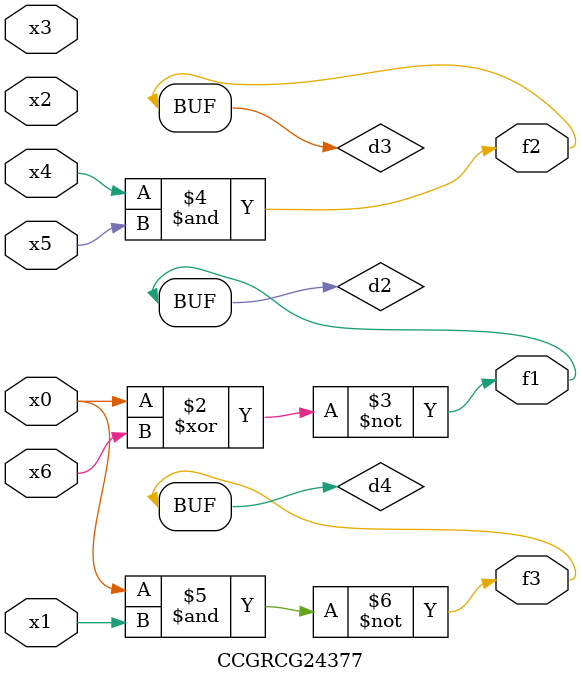
<source format=v>
module CCGRCG24377(
	input x0, x1, x2, x3, x4, x5, x6,
	output f1, f2, f3
);

	wire d1, d2, d3, d4;

	nor (d1, x0);
	xnor (d2, x0, x6);
	and (d3, x4, x5);
	nand (d4, x0, x1);
	assign f1 = d2;
	assign f2 = d3;
	assign f3 = d4;
endmodule

</source>
